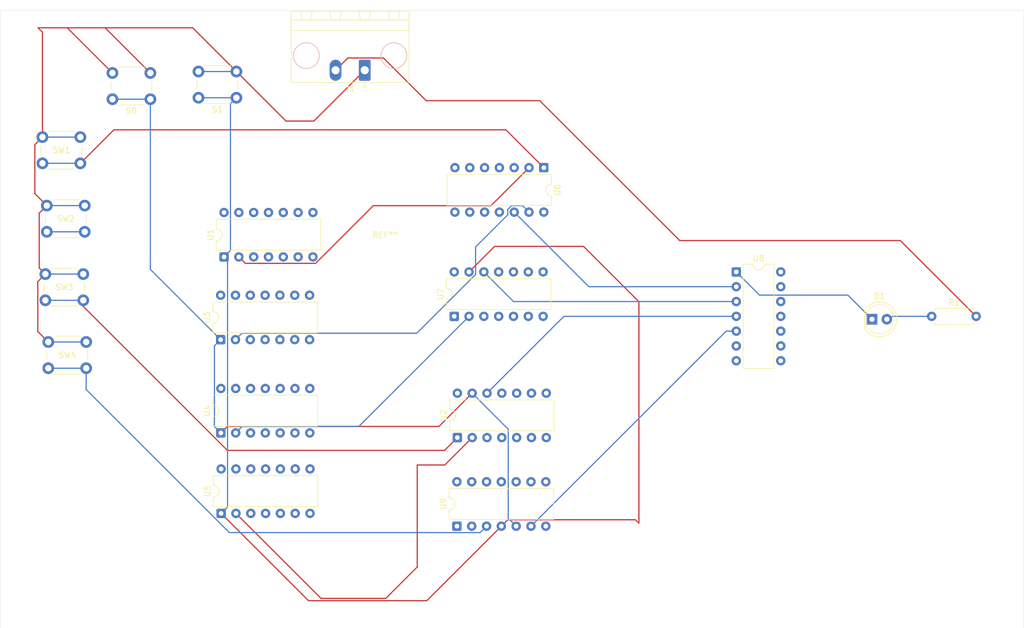
<source format=kicad_pcb>
(kicad_pcb (version 20241229) (generator "pcbnew") (generator_version "9.0")
  (layers (0 "F.Cu" signal) (2 "B.Cu" signal) (13 "F.Paste" user) (15 "B.Paste" user) (5 "F.SilkS" user "F.Silkscreen") (7 "B.SilkS" user "B.Silkscreen") (1 "F.Mask" user) (3 "B.Mask" user) (25 "Edge.Cuts" user))
  (net 0 "")
  (net 1 "Net-(D1-A)")
  (net 2 "Net-(D1-K)")
  (net 3 "Net-(S0-A)")
  (net 4 "Net-(S1-A)")
  (net 5 "Net-(SW1-B)")
  (net 6 "unconnected-(SW2-B-Pad2)")
  (net 7 "Net-(SW3-B)")
  (net 8 "Net-(SW4-B)")
  (net 9 "Net-(U1-Pad2)")
  (net 10 "Net-(U2-Pad2)")
  (net 11 "Net-(U2-Pad12)")
  (net 12 "Net-(U3-Pad2)")
  (net 13 "Net-(U4-Pad2)")
  (net 14 "Net-(U6-Pad12)")
  (net 15 "Net-(U7-Pad12)")
  (net 17 "Net-(U8-Pad5)")
  (net 18 "Net-(J1-Pin_2)")
  (net 19 "Net-(J1-Pin_1)")
  (footprint "Button_Switch_THT:SW_PUSH_6mm_H9.5mm" (layer "F.Cu") (at 62.25 66.25)
    (property "Reference" "SW1" (at 3.25 2.25 0) (layer "F.SilkS"))
    (property "Value" "SW_SPST")
    (fp_line (start -0.25 1.5) (end -0.25 3) (stroke (width 0.12)) (layer "F.SilkS"))
    (fp_line (start 1 5.5) (end 5.5 5.5) (stroke (width 0.12)) (layer "F.SilkS"))
    (fp_line (start 5.5 -1) (end 1 -1) (stroke (width 0.12)) (layer "F.SilkS"))
    (fp_line (start 6.75 3) (end 6.75 1.5) (stroke (width 0.12)) (layer "F.SilkS"))
    (pad "1" thru_hole circle (at 0 0 90) (size 2 2) (drill 1.1) (layers "*.Cu" "*.Mask") (net 19 "Net-(J1-Pin_1)"))
    (pad "1" thru_hole circle (at 6.5 0 90) (size 2 2) (drill 1.1) (layers "*.Cu" "*.Mask") (net 19 "Net-(J1-Pin_1)"))
    (pad "2" thru_hole circle (at 0 4.5 90) (size 2 2) (drill 1.1) (layers "*.Cu" "*.Mask") (net 5 "Net-(SW1-B)"))
    (pad "2" thru_hole circle (at 6.5 4.5 90) (size 2 2) (drill 1.1) (layers "*.Cu" "*.Mask") (net 5 "Net-(SW1-B)"))
  )
  (footprint "Button_Switch_THT:SW_PUSH_6mm_H9.5mm" (layer "F.Cu") (at 62.75 89.75)
    (property "Reference" "SW3" (at 3.25 2.25 0) (layer "F.SilkS"))
    (property "Value" "SW_SPST")
    (fp_line (start -0.25 1.5) (end -0.25 3) (stroke (width 0.12)) (layer "F.SilkS"))
    (fp_line (start 1 5.5) (end 5.5 5.5) (stroke (width 0.12)) (layer "F.SilkS"))
    (fp_line (start 5.5 -1) (end 1 -1) (stroke (width 0.12)) (layer "F.SilkS"))
    (fp_line (start 6.75 3) (end 6.75 1.5) (stroke (width 0.12)) (layer "F.SilkS"))
    (pad "1" thru_hole circle (at 0 0 90) (size 2 2) (drill 1.1) (layers "*.Cu" "*.Mask") (net 19 "Net-(J1-Pin_1)"))
    (pad "1" thru_hole circle (at 6.5 0 90) (size 2 2) (drill 1.1) (layers "*.Cu" "*.Mask") (net 19 "Net-(J1-Pin_1)"))
    (pad "2" thru_hole circle (at 0 4.5 90) (size 2 2) (drill 1.1) (layers "*.Cu" "*.Mask") (net 7 "Net-(SW3-B)"))
    (pad "2" thru_hole circle (at 6.5 4.5 90) (size 2 2) (drill 1.1) (layers "*.Cu" "*.Mask") (net 7 "Net-(SW3-B)"))
  )
  (footprint "Resistor_THT:R_Axial_DIN0207_L6.3mm_D2.5mm_P7.62mm_Horizontal" (layer "F.Cu") (at 214.69 97)
    (property "Reference" "R1" (at 3.81 -2.37 0) (layer "F.SilkS"))
    (property "Value" "300")
    (fp_line (start 0.54 -1.37) (end 7.08 -1.37) (stroke (width 0.12)) (layer "F.SilkS"))
    (fp_line (start 0.54 -1.04) (end 0.54 -1.37) (stroke (width 0.12)) (layer "F.SilkS"))
    (fp_line (start 0.54 1.04) (end 0.54 1.37) (stroke (width 0.12)) (layer "F.SilkS"))
    (fp_line (start 0.54 1.37) (end 7.08 1.37) (stroke (width 0.12)) (layer "F.SilkS"))
    (fp_line (start 7.08 -1.37) (end 7.08 -1.04) (stroke (width 0.12)) (layer "F.SilkS"))
    (fp_line (start 7.08 1.37) (end 7.08 1.04) (stroke (width 0.12)) (layer "F.SilkS"))
    (pad "1" thru_hole circle (at 0 0) (size 1.6 1.6) (drill 0.8) (layers "*.Cu" "*.Mask") (net 1 "Net-(D1-A)"))
    (pad "2" thru_hole circle (at 7.62 0) (size 1.6 1.6) (drill 0.8) (layers "*.Cu" "*.Mask") (net 18 "Net-(J1-Pin_2)"))
  )
  (footprint "Button_Switch_THT:SW_PUSH_6mm_H9.5mm" (layer "F.Cu") (at 80.75 59.75 180)
    (property "Reference" "S0" (at 3.25 -2 0) (layer "F.SilkS"))
    (property "Value" "SW_SPST")
    (fp_line (start 6.75 3) (end 6.75 1.5) (stroke (width 0.12)) (layer "F.SilkS"))
    (fp_line (start 5.5 -1) (end 1 -1) (stroke (width 0.12)) (layer "F.SilkS"))
    (fp_line (start 1 5.5) (end 5.5 5.5) (stroke (width 0.12)) (layer "F.SilkS"))
    (fp_line (start -0.25 1.5) (end -0.25 3) (stroke (width 0.12)) (layer "F.SilkS"))
    (pad "1" thru_hole circle (at 0 0 270) (size 2 2) (drill 1.1) (layers "*.Cu" "*.Mask") (net 3 "Net-(S0-A)"))
    (pad "1" thru_hole circle (at 6.5 0 270) (size 2 2) (drill 1.1) (layers "*.Cu" "*.Mask") (net 3 "Net-(S0-A)"))
    (pad "2" thru_hole circle (at 0 4.5 270) (size 2 2) (drill 1.1) (layers "*.Cu" "*.Mask") (net 19 "Net-(J1-Pin_1)"))
    (pad "2" thru_hole circle (at 6.5 4.5 270) (size 2 2) (drill 1.1) (layers "*.Cu" "*.Mask") (net 19 "Net-(J1-Pin_1)"))
  )
  (footprint "MountingHole:MountingHole_5mm" (layer "F.Cu") (at 121 89)
    (property "Reference" "REF**" (at 0 -5.95 0) (layer "F.SilkS"))
    (property "Value" "MountingHole_5mm")
    (pad "" np_thru_hole circle (at 0 0) (size 5 5) (drill 5) (layers "*.Cu" "*.Mask"))
  )
  (footprint "Package_DIP:DIP-14_W7.62mm" (layer "F.Cu") (at 181.195 89.38)
    (property "Reference" "U8" (at 3.81 -2.33 0) (layer "F.SilkS"))
    (property "Value" "4072")
    (fp_line (start 1.16 -1.33) (end 1.16 16.57) (stroke (width 0.12)) (layer "F.SilkS"))
    (fp_line (start 1.16 16.57) (end 6.46 16.57) (stroke (width 0.12)) (layer "F.SilkS"))
    (fp_line (start 2.81 -1.33) (end 1.16 -1.33) (stroke (width 0.12)) (layer "F.SilkS"))
    (fp_line (start 6.46 -1.33) (end 4.81 -1.33) (stroke (width 0.12)) (layer "F.SilkS"))
    (fp_line (start 6.46 16.57) (end 6.46 -1.33) (stroke (width 0.12)) (layer "F.SilkS"))
    (fp_arc (start 4.81 -1.33) (mid 3.81 -0.33) (end 2.81 -1.33) (stroke (width 0.12)) (layer "F.SilkS"))
    (pad "1" thru_hole roundrect (at 0 0) (size 1.6 1.6) (drill 0.8) (layers "*.Cu" "*.Mask") (roundrect_rratio 0.15625) (net 2 "Net-(D1-K)"))
    (pad "2" thru_hole circle (at 0 2.54) (size 1.6 1.6) (drill 0.8) (layers "*.Cu" "*.Mask") (net 14 "Net-(U6-Pad12)"))
    (pad "3" thru_hole circle (at 0 5.08) (size 1.6 1.6) (drill 0.8) (layers "*.Cu" "*.Mask") (net 15 "Net-(U7-Pad12)"))
    (pad "4" thru_hole circle (at 0 7.62) (size 1.6 1.6) (drill 0.8) (layers "*.Cu" "*.Mask") (net 11 "Net-(U2-Pad12)"))
    (pad "5" thru_hole circle (at 0 10.16) (size 1.6 1.6) (drill 0.8) (layers "*.Cu" "*.Mask") (net 17 "Net-(U8-Pad5)"))
    (pad "6" thru_hole circle (at 0 12.7) (size 1.6 1.6) (drill 0.8) (layers "*.Cu" "*.Mask"))
    (pad "7" thru_hole circle (at 0 15.24) (size 1.6 1.6) (drill 0.8) (layers "*.Cu" "*.Mask"))
    (pad "8" thru_hole circle (at 7.62 15.24) (size 1.6 1.6) (drill 0.8) (layers "*.Cu" "*.Mask"))
    (pad "9" thru_hole circle (at 7.62 12.7) (size 1.6 1.6) (drill 0.8) (layers "*.Cu" "*.Mask"))
    (pad "10" thru_hole circle (at 7.62 10.16) (size 1.6 1.6) (drill 0.8) (layers "*.Cu" "*.Mask"))
    (pad "11" thru_hole circle (at 7.62 7.62) (size 1.6 1.6) (drill 0.8) (layers "*.Cu" "*.Mask"))
    (pad "12" thru_hole circle (at 7.62 5.08) (size 1.6 1.6) (drill 0.8) (layers "*.Cu" "*.Mask"))
    (pad "13" thru_hole circle (at 7.62 2.54) (size 1.6 1.6) (drill 0.8) (layers "*.Cu" "*.Mask"))
    (pad "14" thru_hole circle (at 7.62 0) (size 1.6 1.6) (drill 0.8) (layers "*.Cu" "*.Mask"))
  )
  (footprint "Package_DIP:DIP-14_W7.62mm" (layer "F.Cu") (at 92.88 130.805 90)
    (property "Reference" "U5" (at 3.81 -2.33 90) (layer "F.SilkS"))
    (property "Value" "74LS04")
    (fp_line (start 6.46 -1.33) (end 4.81 -1.33) (stroke (width 0.12)) (layer "F.SilkS"))
    (fp_line (start 2.81 -1.33) (end 1.16 -1.33) (stroke (width 0.12)) (layer "F.SilkS"))
    (fp_line (start 1.16 -1.33) (end 1.16 16.57) (stroke (width 0.12)) (layer "F.SilkS"))
    (fp_line (start 6.46 16.57) (end 6.46 -1.33) (stroke (width 0.12)) (layer "F.SilkS"))
    (fp_line (start 1.16 16.57) (end 6.46 16.57) (stroke (width 0.12)) (layer "F.SilkS"))
    (fp_arc (start 4.81 -1.33) (mid 3.81 -0.33) (end 2.81 -1.33) (stroke (width 0.12)) (layer "F.SilkS"))
    (pad "1" thru_hole roundrect (at 0 0 90) (size 1.6 1.6) (drill 0.8) (layers "*.Cu" "*.Mask") (roundrect_rratio 0.15625) (net 4 "Net-(S1-A)"))
    (pad "2" thru_hole circle (at 0 2.54 90) (size 1.6 1.6) (drill 0.8) (layers "*.Cu" "*.Mask") (net 10 "Net-(U2-Pad2)"))
    (pad "3" thru_hole circle (at 0 5.08 90) (size 1.6 1.6) (drill 0.8) (layers "*.Cu" "*.Mask"))
    (pad "4" thru_hole circle (at 0 7.62 90) (size 1.6 1.6) (drill 0.8) (layers "*.Cu" "*.Mask"))
    (pad "5" thru_hole circle (at 0 10.16 90) (size 1.6 1.6) (drill 0.8) (layers "*.Cu" "*.Mask"))
    (pad "6" thru_hole circle (at 0 12.7 90) (size 1.6 1.6) (drill 0.8) (layers "*.Cu" "*.Mask"))
    (pad "7" thru_hole circle (at 0 15.24 90) (size 1.6 1.6) (drill 0.8) (layers "*.Cu" "*.Mask"))
    (pad "8" thru_hole circle (at 7.62 15.24 90) (size 1.6 1.6) (drill 0.8) (layers "*.Cu" "*.Mask"))
    (pad "9" thru_hole circle (at 7.62 12.7 90) (size 1.6 1.6) (drill 0.8) (layers "*.Cu" "*.Mask"))
    (pad "10" thru_hole circle (at 7.62 10.16 90) (size 1.6 1.6) (drill 0.8) (layers "*.Cu" "*.Mask"))
    (pad "11" thru_hole circle (at 7.62 7.62 90) (size 1.6 1.6) (drill 0.8) (layers "*.Cu" "*.Mask"))
    (pad "12" thru_hole circle (at 7.62 5.08 90) (size 1.6 1.6) (drill 0.8) (layers "*.Cu" "*.Mask"))
    (pad "13" thru_hole circle (at 7.62 2.54 90) (size 1.6 1.6) (drill 0.8) (layers "*.Cu" "*.Mask"))
    (pad "14" thru_hole circle (at 7.62 0 90) (size 1.6 1.6) (drill 0.8) (layers "*.Cu" "*.Mask"))
  )
  (footprint "Package_DIP:DIP-14_W7.62mm" (layer "F.Cu") (at 92.84 117 90)
    (property "Reference" "U4" (at 3.81 -2.33 90) (layer "F.SilkS"))
    (property "Value" "74LS04")
    (fp_line (start 6.46 -1.33) (end 4.81 -1.33) (stroke (width 0.12)) (layer "F.SilkS"))
    (fp_line (start 2.81 -1.33) (end 1.16 -1.33) (stroke (width 0.12)) (layer "F.SilkS"))
    (fp_line (start 1.16 -1.33) (end 1.16 16.57) (stroke (width 0.12)) (layer "F.SilkS"))
    (fp_line (start 6.46 16.57) (end 6.46 -1.33) (stroke (width 0.12)) (layer "F.SilkS"))
    (fp_line (start 1.16 16.57) (end 6.46 16.57) (stroke (width 0.12)) (layer "F.SilkS"))
    (fp_arc (start 4.81 -1.33) (mid 3.81 -0.33) (end 2.81 -1.33) (stroke (width 0.12)) (layer "F.SilkS"))
    (pad "1" thru_hole roundrect (at 0 0 90) (size 1.6 1.6) (drill 0.8) (layers "*.Cu" "*.Mask") (roundrect_rratio 0.15625) (net 3 "Net-(S0-A)"))
    (pad "2" thru_hole circle (at 0 2.54 90) (size 1.6 1.6) (drill 0.8) (layers "*.Cu" "*.Mask") (net 13 "Net-(U4-Pad2)"))
    (pad "3" thru_hole circle (at 0 5.08 90) (size 1.6 1.6) (drill 0.8) (layers "*.Cu" "*.Mask"))
    (pad "4" thru_hole circle (at 0 7.62 90) (size 1.6 1.6) (drill 0.8) (layers "*.Cu" "*.Mask"))
    (pad "5" thru_hole circle (at 0 10.16 90) (size 1.6 1.6) (drill 0.8) (layers "*.Cu" "*.Mask"))
    (pad "6" thru_hole circle (at 0 12.7 90) (size 1.6 1.6) (drill 0.8) (layers "*.Cu" "*.Mask"))
    (pad "7" thru_hole circle (at 0 15.24 90) (size 1.6 1.6) (drill 0.8) (layers "*.Cu" "*.Mask"))
    (pad "8" thru_hole circle (at 7.62 15.24 90) (size 1.6 1.6) (drill 0.8) (layers "*.Cu" "*.Mask"))
    (pad "9" thru_hole circle (at 7.62 12.7 90) (size 1.6 1.6) (drill 0.8) (layers "*.Cu" "*.Mask"))
    (pad "10" thru_hole circle (at 7.62 10.16 90) (size 1.6 1.6) (drill 0.8) (layers "*.Cu" "*.Mask"))
    (pad "11" thru_hole circle (at 7.62 7.62 90) (size 1.6 1.6) (drill 0.8) (layers "*.Cu" "*.Mask"))
    (pad "12" thru_hole circle (at 7.62 5.08 90) (size 1.6 1.6) (drill 0.8) (layers "*.Cu" "*.Mask"))
    (pad "13" thru_hole circle (at 7.62 2.54 90) (size 1.6 1.6) (drill 0.8) (layers "*.Cu" "*.Mask"))
    (pad "14" thru_hole circle (at 7.62 0 90) (size 1.6 1.6) (drill 0.8) (layers "*.Cu" "*.Mask"))
  )
  (footprint "Button_Switch_THT:SW_PUSH_6mm_H9.5mm" (layer "F.Cu") (at 95.5 59.5 180)
    (property "Reference" "S1" (at 3.25 -2 0) (layer "F.SilkS"))
    (property "Value" "SW_SPST")
    (fp_line (start 6.75 3) (end 6.75 1.5) (stroke (width 0.12)) (layer "F.SilkS"))
    (fp_line (start 5.5 -1) (end 1 -1) (stroke (width 0.12)) (layer "F.SilkS"))
    (fp_line (start 1 5.5) (end 5.5 5.5) (stroke (width 0.12)) (layer "F.SilkS"))
    (fp_line (start -0.25 1.5) (end -0.25 3) (stroke (width 0.12)) (layer "F.SilkS"))
    (pad "1" thru_hole circle (at 0 0 270) (size 2 2) (drill 1.1) (layers "*.Cu" "*.Mask") (net 4 "Net-(S1-A)"))
    (pad "1" thru_hole circle (at 6.5 0 270) (size 2 2) (drill 1.1) (layers "*.Cu" "*.Mask") (net 4 "Net-(S1-A)"))
    (pad "2" thru_hole circle (at 0 4.5 270) (size 2 2) (drill 1.1) (layers "*.Cu" "*.Mask") (net 19 "Net-(J1-Pin_1)"))
    (pad "2" thru_hole circle (at 6.5 4.5 270) (size 2 2) (drill 1.1) (layers "*.Cu" "*.Mask") (net 19 "Net-(J1-Pin_1)"))
  )
  (footprint "Package_DIP:DIP-14_W7.62mm" (layer "F.Cu") (at 132.84 97 90)
    (property "Reference" "U7" (at 3.81 -2.33 90) (layer "F.SilkS"))
    (property "Value" "74LS11")
    (fp_line (start 6.46 -1.33) (end 4.81 -1.33) (stroke (width 0.12)) (layer "F.SilkS"))
    (fp_line (start 2.81 -1.33) (end 1.16 -1.33) (stroke (width 0.12)) (layer "F.SilkS"))
    (fp_line (start 1.16 -1.33) (end 1.16 16.57) (stroke (width 0.12)) (layer "F.SilkS"))
    (fp_line (start 6.46 16.57) (end 6.46 -1.33) (stroke (width 0.12)) (layer "F.SilkS"))
    (fp_line (start 1.16 16.57) (end 6.46 16.57) (stroke (width 0.12)) (layer "F.SilkS"))
    (fp_arc (start 4.81 -1.33) (mid 3.81 -0.33) (end 2.81 -1.33) (stroke (width 0.12)) (layer "F.SilkS"))
    (pad "1" thru_hole roundrect (at 0 0 90) (size 1.6 1.6) (drill 0.8) (layers "*.Cu" "*.Mask") (roundrect_rratio 0.15625))
    (pad "2" thru_hole circle (at 0 2.54 90) (size 1.6 1.6) (drill 0.8) (layers "*.Cu" "*.Mask") (net 13 "Net-(U4-Pad2)"))
    (pad "3" thru_hole circle (at 0 5.08 90) (size 1.6 1.6) (drill 0.8) (layers "*.Cu" "*.Mask"))
    (pad "4" thru_hole circle (at 0 7.62 90) (size 1.6 1.6) (drill 0.8) (layers "*.Cu" "*.Mask"))
    (pad "5" thru_hole circle (at 0 10.16 90) (size 1.6 1.6) (drill 0.8) (layers "*.Cu" "*.Mask"))
    (pad "6" thru_hole circle (at 0 12.7 90) (size 1.6 1.6) (drill 0.8) (layers "*.Cu" "*.Mask"))
    (pad "7" thru_hole circle (at 0 15.24 90) (size 1.6 1.6) (drill 0.8) (layers "*.Cu" "*.Mask"))
    (pad "8" thru_hole circle (at 7.62 15.24 90) (size 1.6 1.6) (drill 0.8) (layers "*.Cu" "*.Mask"))
    (pad "9" thru_hole circle (at 7.62 12.7 90) (size 1.6 1.6) (drill 0.8) (layers "*.Cu" "*.Mask"))
    (pad "10" thru_hole circle (at 7.62 10.16 90) (size 1.6 1.6) (drill 0.8) (layers "*.Cu" "*.Mask"))
    (pad "11" thru_hole circle (at 7.62 7.62 90) (size 1.6 1.6) (drill 0.8) (layers "*.Cu" "*.Mask"))
    (pad "12" thru_hole circle (at 7.62 5.08 90) (size 1.6 1.6) (drill 0.8) (layers "*.Cu" "*.Mask") (net 15 "Net-(U7-Pad12)"))
    (pad "13" thru_hole circle (at 7.62 2.54 90) (size 1.6 1.6) (drill 0.8) (layers "*.Cu" "*.Mask") (net 4 "Net-(S1-A)"))
    (pad "14" thru_hole circle (at 7.62 0 90) (size 1.6 1.6) (drill 0.8) (layers "*.Cu" "*.Mask"))
  )
  (footprint "Package_DIP:DIP-14_W7.62mm" (layer "F.Cu") (at 133.38 117.805 90)
    (property "Reference" "U2" (at 3.81 -2.33 90) (layer "F.SilkS"))
    (property "Value" "74LS11")
    (fp_line (start 6.46 -1.33) (end 4.81 -1.33) (stroke (width 0.12)) (layer "F.SilkS"))
    (fp_line (start 2.81 -1.33) (end 1.16 -1.33) (stroke (width 0.12)) (layer "F.SilkS"))
    (fp_line (start 1.16 -1.33) (end 1.16 16.57) (stroke (width 0.12)) (layer "F.SilkS"))
    (fp_line (start 6.46 16.57) (end 6.46 -1.33) (stroke (width 0.12)) (layer "F.SilkS"))
    (fp_line (start 1.16 16.57) (end 6.46 16.57) (stroke (width 0.12)) (layer "F.SilkS"))
    (fp_arc (start 4.81 -1.33) (mid 3.81 -0.33) (end 2.81 -1.33) (stroke (width 0.12)) (layer "F.SilkS"))
    (pad "1" thru_hole roundrect (at 0 0 90) (size 1.6 1.6) (drill 0.8) (layers "*.Cu" "*.Mask") (roundrect_rratio 0.15625) (net 7 "Net-(SW3-B)"))
    (pad "2" thru_hole circle (at 0 2.54 90) (size 1.6 1.6) (drill 0.8) (layers "*.Cu" "*.Mask") (net 10 "Net-(U2-Pad2)"))
    (pad "3" thru_hole circle (at 0 5.08 90) (size 1.6 1.6) (drill 0.8) (layers "*.Cu" "*.Mask"))
    (pad "4" thru_hole circle (at 0 7.62 90) (size 1.6 1.6) (drill 0.8) (layers "*.Cu" "*.Mask"))
    (pad "5" thru_hole circle (at 0 10.16 90) (size 1.6 1.6) (drill 0.8) (layers "*.Cu" "*.Mask"))
    (pad "6" thru_hole circle (at 0 12.7 90) (size 1.6 1.6) (drill 0.8) (layers "*.Cu" "*.Mask"))
    (pad "7" thru_hole circle (at 0 15.24 90) (size 1.6 1.6) (drill 0.8) (layers "*.Cu" "*.Mask"))
    (pad "8" thru_hole circle (at 7.62 15.24 90) (size 1.6 1.6) (drill 0.8) (layers "*.Cu" "*.Mask"))
    (pad "9" thru_hole circle (at 7.62 12.7 90) (size 1.6 1.6) (drill 0.8) (layers "*.Cu" "*.Mask"))
    (pad "10" thru_hole circle (at 7.62 10.16 90) (size 1.6 1.6) (drill 0.8) (layers "*.Cu" "*.Mask"))
    (pad "11" thru_hole circle (at 7.62 7.62 90) (size 1.6 1.6) (drill 0.8) (layers "*.Cu" "*.Mask"))
    (pad "12" thru_hole circle (at 7.62 5.08 90) (size 1.6 1.6) (drill 0.8) (layers "*.Cu" "*.Mask") (net 11 "Net-(U2-Pad12)"))
    (pad "13" thru_hole circle (at 7.62 2.54 90) (size 1.6 1.6) (drill 0.8) (layers "*.Cu" "*.Mask") (net 3 "Net-(S0-A)"))
    (pad "14" thru_hole circle (at 7.62 0 90) (size 1.6 1.6) (drill 0.8) (layers "*.Cu" "*.Mask"))
  )
  (footprint "Connector_Phoenix_MSTB:PhoenixContact_MSTB_2,5_2-GF_1x02_P5.00mm_Horizontal_ThreadedFlange_MountHole" (layer "F.Cu") (at 117.5 54.7775 180)
    (property "Reference" "J1" (at 2.5 -3.2 0) (layer "F.SilkS"))
    (property "Value" "Screw_Terminal_01x02")
    (fp_line (start 12.61 10.11) (end 12.61 -2.11) (stroke (width 0.12)) (layer "F.SilkS"))
    (fp_line (start 12.61 8.61) (end -7.61 8.61) (stroke (width 0.12)) (layer "F.SilkS"))
    (fp_line (start 12.61 6.81) (end 12.61 8.61) (stroke (width 0.12)) (layer "F.SilkS"))
    (fp_line (start 12.61 -2.11) (end -7.61 -2.11) (stroke (width 0.12)) (layer "F.SilkS"))
    (fp_line (start 11 10.11) (end 10.75 8.61) (stroke (width 0.12)) (layer "F.SilkS"))
    (fp_line (start 10.75 8.61) (end 9.25 8.61) (stroke (width 0.12)) (layer "F.SilkS"))
    (fp_line (start 9.25 8.61) (end 9 10.11) (stroke (width 0.12)) (layer "F.SilkS"))
    (fp_line (start 9 10.11) (end 11 10.11) (stroke (width 0.12)) (layer "F.SilkS"))
    (fp_line (start 6 10.11) (end 5.75 8.61) (stroke (width 0.12)) (layer "F.SilkS"))
    (fp_line (start 5.75 8.61) (end 4.25 8.61) (stroke (width 0.12)) (layer "F.SilkS"))
    (fp_line (start 4.25 8.61) (end 4 10.11) (stroke (width 0.12)) (layer "F.SilkS"))
    (fp_line (start 4 10.11) (end 6 10.11) (stroke (width 0.12)) (layer "F.SilkS"))
    (fp_line (start 1 10.11) (end 0.75 8.61) (stroke (width 0.12)) (layer "F.SilkS"))
    (fp_line (start 0.75 8.61) (end -0.75 8.61) (stroke (width 0.12)) (layer "F.SilkS"))
    (fp_line (start 0.3 -2.91) (end 0 -2.31) (stroke (width 0.12)) (layer "F.SilkS"))
    (fp_line (start 0 -2.31) (end -0.3 -2.91) (stroke (width 0.12)) (layer "F.SilkS"))
    (fp_line (start -0.3 -2.91) (end 0.3 -2.91) (stroke (width 0.12)) (layer "F.SilkS"))
    (fp_line (start -0.75 8.61) (end -1 10.11) (stroke (width 0.12)) (layer "F.SilkS"))
    (fp_line (start -1 10.11) (end 1 10.11) (stroke (width 0.12)) (layer "F.SilkS"))
    (fp_line (start -4 10.11) (end -4.25 8.61) (stroke (width 0.12)) (layer "F.SilkS"))
    (fp_line (start -4.25 8.61) (end -5.75 8.61) (stroke (width 0.12)) (layer "F.SilkS"))
    (fp_line (start -5.75 8.61) (end -6 10.11) (stroke (width 0.12)) (layer "F.SilkS"))
    (fp_line (start -6 10.11) (end -4 10.11) (stroke (width 0.12)) (layer "F.SilkS"))
    (fp_line (start -7.61 10.11) (end 12.61 10.11) (stroke (width 0.12)) (layer "F.SilkS"))
    (fp_line (start -7.61 8.61) (end -7.61 6.81) (stroke (width 0.12)) (layer "F.SilkS"))
    (fp_line (start -7.61 6.81) (end 12.61 6.81) (stroke (width 0.12)) (layer "F.SilkS"))
    (fp_line (start -7.61 -2.11) (end -7.61 10.11) (stroke (width 0.12)) (layer "F.SilkS"))
    (fp_circle (center 10 2.5) (end 12.21 2.5) (stroke (width 0.12)) (fill no) (layer "B.SilkS"))
    (fp_circle (center -5 2.5) (end -2.79 2.5) (stroke (width 0.12)) (fill no) (layer "B.SilkS"))
    (pad "" np_thru_hole circle (at -5 2.5 180) (size 2.4 2.4) (drill 2.4) (layers "*.Cu" "*.Mask"))
    (pad "" np_thru_hole circle (at 10 2.5 180) (size 2.4 2.4) (drill 2.4) (layers "*.Cu" "*.Mask"))
    (pad "1" thru_hole roundrect (at 0 0 180) (size 2 3.6) (drill 1.4) (layers "*.Cu" "*.Mask") (roundrect_rratio 0.125) (net 19 "Net-(J1-Pin_1)"))
    (pad "2" thru_hole oval (at 5 0 180) (size 2 3.6) (drill 1.4) (layers "*.Cu" "*.Mask") (net 18 "Net-(J1-Pin_2)"))
  )
  (footprint "Package_DIP:DIP-14_W7.62mm" (layer "F.Cu") (at 93.38 86.805 90)
    (property "Reference" "U1" (at 3.81 -2.33 90) (layer "F.SilkS"))
    (property "Value" "74LS04")
    (fp_line (start 6.46 -1.33) (end 4.81 -1.33) (stroke (width 0.12)) (layer "F.SilkS"))
    (fp_line (start 2.81 -1.33) (end 1.16 -1.33) (stroke (width 0.12)) (layer "F.SilkS"))
    (fp_line (start 1.16 -1.33) (end 1.16 16.57) (stroke (width 0.12)) (layer "F.SilkS"))
    (fp_line (start 6.46 16.57) (end 6.46 -1.33) (stroke (width 0.12)) (layer "F.SilkS"))
    (fp_line (start 1.16 16.57) (end 6.46 16.57) (stroke (width 0.12)) (layer "F.SilkS"))
    (fp_arc (start 4.81 -1.33) (mid 3.81 -0.33) (end 2.81 -1.33) (stroke (width 0.12)) (layer "F.SilkS"))
    (pad "1" thru_hole roundrect (at 0 0 90) (size 1.6 1.6) (drill 0.8) (layers "*.Cu" "*.Mask") (roundrect_rratio 0.15625) (net 4 "Net-(S1-A)"))
    (pad "2" thru_hole circle (at 0 2.54 90) (size 1.6 1.6) (drill 0.8) (layers "*.Cu" "*.Mask") (net 9 "Net-(U1-Pad2)"))
    (pad "3" thru_hole circle (at 0 5.08 90) (size 1.6 1.6) (drill 0.8) (layers "*.Cu" "*.Mask"))
    (pad "4" thru_hole circle (at 0 7.62 90) (size 1.6 1.6) (drill 0.8) (layers "*.Cu" "*.Mask"))
    (pad "5" thru_hole circle (at 0 10.16 90) (size 1.6 1.6) (drill 0.8) (layers "*.Cu" "*.Mask"))
    (pad "6" thru_hole circle (at 0 12.7 90) (size 1.6 1.6) (drill 0.8) (layers "*.Cu" "*.Mask"))
    (pad "7" thru_hole circle (at 0 15.24 90) (size 1.6 1.6) (drill 0.8) (layers "*.Cu" "*.Mask"))
    (pad "8" thru_hole circle (at 7.62 15.24 90) (size 1.6 1.6) (drill 0.8) (layers "*.Cu" "*.Mask"))
    (pad "9" thru_hole circle (at 7.62 12.7 90) (size 1.6 1.6) (drill 0.8) (layers "*.Cu" "*.Mask"))
    (pad "10" thru_hole circle (at 7.62 10.16 90) (size 1.6 1.6) (drill 0.8) (layers "*.Cu" "*.Mask"))
    (pad "11" thru_hole circle (at 7.62 7.62 90) (size 1.6 1.6) (drill 0.8) (layers "*.Cu" "*.Mask"))
    (pad "12" thru_hole circle (at 7.62 5.08 90) (size 1.6 1.6) (drill 0.8) (layers "*.Cu" "*.Mask"))
    (pad "13" thru_hole circle (at 7.62 2.54 90) (size 1.6 1.6) (drill 0.8) (layers "*.Cu" "*.Mask"))
    (pad "14" thru_hole circle (at 7.62 0 90) (size 1.6 1.6) (drill 0.8) (layers "*.Cu" "*.Mask"))
  )
  (footprint "Package_DIP:DIP-14_W7.62mm" (layer "F.Cu") (at 148.2 71.5 -90)
    (property "Reference" "U6" (at 3.81 -2.33 90) (layer "F.SilkS"))
    (property "Value" "74LS11")
    (fp_line (start 1.16 16.57) (end 6.46 16.57) (stroke (width 0.12)) (layer "F.SilkS"))
    (fp_line (start 6.46 16.57) (end 6.46 -1.33) (stroke (width 0.12)) (layer "F.SilkS"))
    (fp_line (start 1.16 -1.33) (end 1.16 16.57) (stroke (width 0.12)) (layer "F.SilkS"))
    (fp_line (start 2.81 -1.33) (end 1.16 -1.33) (stroke (width 0.12)) (layer "F.SilkS"))
    (fp_line (start 6.46 -1.33) (end 4.81 -1.33) (stroke (width 0.12)) (layer "F.SilkS"))
    (fp_arc (start 4.81 -1.33) (mid 3.81 -0.33) (end 2.81 -1.33) (stroke (width 0.12)) (layer "F.SilkS"))
    (pad "1" thru_hole roundrect (at 0 0 270) (size 1.6 1.6) (drill 0.8) (layers "*.Cu" "*.Mask") (roundrect_rratio 0.15625) (net 5 "Net-(SW1-B)"))
    (pad "2" thru_hole circle (at 0 2.54 270) (size 1.6 1.6) (drill 0.8) (layers "*.Cu" "*.Mask") (net 9 "Net-(U1-Pad2)"))
    (pad "3" thru_hole circle (at 0 5.08 270) (size 1.6 1.6) (drill 0.8) (layers "*.Cu" "*.Mask"))
    (pad "4" thru_hole circle (at 0 7.62 270) (size 1.6 1.6) (drill 0.8) (layers "*.Cu" "*.Mask"))
    (pad "5" thru_hole circle (at 0 10.16 270) (size 1.6 1.6) (drill 0.8) (layers "*.Cu" "*.Mask"))
    (pad "6" thru_hole circle (at 0 12.7 270) (size 1.6 1.6) (drill 0.8) (layers "*.Cu" "*.Mask"))
    (pad "7" thru_hole circle (at 0 15.24 270) (size 1.6 1.6) (drill 0.8) (layers "*.Cu" "*.Mask"))
    (pad "8" thru_hole circle (at 7.62 15.24 270) (size 1.6 1.6) (drill 0.8) (layers "*.Cu" "*.Mask"))
    (pad "9" thru_hole circle (at 7.62 12.7 270) (size 1.6 1.6) (drill 0.8) (layers "*.Cu" "*.Mask"))
    (pad "10" thru_hole circle (at 7.62 10.16 270) (size 1.6 1.6) (drill 0.8) (layers "*.Cu" "*.Mask"))
    (pad "11" thru_hole circle (at 7.62 7.62 270) (size 1.6 1.6) (drill 0.8) (layers "*.Cu" "*.Mask"))
    (pad "12" thru_hole circle (at 7.62 5.08 270) (size 1.6 1.6) (drill 0.8) (layers "*.Cu" "*.Mask") (net 14 "Net-(U6-Pad12)"))
    (pad "13" thru_hole circle (at 7.62 2.54 270) (size 1.6 1.6) (drill 0.8) (layers "*.Cu" "*.Mask") (net 12 "Net-(U3-Pad2)"))
    (pad "14" thru_hole circle (at 7.62 0 270) (size 1.6 1.6) (drill 0.8) (layers "*.Cu" "*.Mask"))
  )
  (footprint "Package_DIP:DIP-14_W7.62mm" (layer "F.Cu") (at 133.3 133 90)
    (property "Reference" "U9" (at 3.81 -2.33 90) (layer "F.SilkS"))
    (property "Value" "74LS11")
    (fp_line (start 6.46 -1.33) (end 4.81 -1.33) (stroke (width 0.12)) (layer "F.SilkS"))
    (fp_line (start 2.81 -1.33) (end 1.16 -1.33) (stroke (width 0.12)) (layer "F.SilkS"))
    (fp_line (start 1.16 -1.33) (end 1.16 16.57) (stroke (width 0.12)) (layer "F.SilkS"))
    (fp_line (start 6.46 16.57) (end 6.46 -1.33) (stroke (width 0.12)) (layer "F.SilkS"))
    (fp_line (start 1.16 16.57) (end 6.46 16.57) (stroke (width 0.12)) (layer "F.SilkS"))
    (fp_arc (start 4.81 -1.33) (mid 3.81 -0.33) (end 2.81 -1.33) (stroke (width 0.12)) (layer "F.SilkS"))
    (pad "1" thru_hole roundrect (at 0 0 90) (size 1.6 1.6) (drill 0.8) (layers "*.Cu" "*.Mask") (roundrect_rratio 0.15625))
    (pad "2" thru_hole circle (at 0 2.54 90) (size 1.6 1.6) (drill 0.8) (layers "*.Cu" "*.Mask"))
    (pad "3" thru_hole circle (at 0 5.08 90) (size 1.6 1.6) (drill 0.8) (layers "*.Cu" "*.Mask") (net 8 "Net-(SW4-B)"))
    (pad "4" thru_hole circle (at 0 7.62 90) (size 1.6 1.6) (drill 0.8) (layers "*.Cu" "*.Mask") (net 4 "Net-(S1-A)"))
    (pad "5" thru_hole circle (at 0 10.16 90) (size 1.6 1.6) (drill 0.8) (layers "*.Cu" "*.Mask") (net 3 "Net-(S0-A)"))
    (pad "6" thru_hole circle (at 0 12.7 90) (size 1.6 1.6) (drill 0.8) (layers "*.Cu" "*.Mask") (net 17 "Net-(U8-Pad5)"))
    (pad "7" thru_hole circle (at 0 15.24 90) (size 1.6 1.6) (drill 0.8) (layers "*.Cu" "*.Mask"))
    (pad "8" thru_hole circle (at 7.62 15.24 90) (size 1.6 1.6) (drill 0.8) (layers "*.Cu" "*.Mask"))
    (pad "9" thru_hole circle (at 7.62 12.7 90) (size 1.6 1.6) (drill 0.8) (layers "*.Cu" "*.Mask"))
    (pad "10" thru_hole circle (at 7.62 10.16 90) (size 1.6 1.6) (drill 0.8) (layers "*.Cu" "*.Mask"))
    (pad "11" thru_hole circle (at 7.62 7.62 90) (size 1.6 1.6) (drill 0.8) (layers "*.Cu" "*.Mask"))
    (pad "12" thru_hole circle (at 7.62 5.08 90) (size 1.6 1.6) (drill 0.8) (layers "*.Cu" "*.Mask"))
    (pad "13" thru_hole circle (at 7.62 2.54 90) (size 1.6 1.6) (drill 0.8) (layers "*.Cu" "*.Mask"))
    (pad "14" thru_hole circle (at 7.62 0 90) (size 1.6 1.6) (drill 0.8) (layers "*.Cu" "*.Mask"))
  )
  (footprint "Button_Switch_THT:SW_PUSH_6mm_H9.5mm" (layer "F.Cu") (at 63 78)
    (property "Reference" "SW2" (at 3.25 2.25 0) (layer "F.SilkS"))
    (property "Value" "SW_SPST")
    (fp_line (start -0.25 1.5) (end -0.25 3) (stroke (width 0.12)) (layer "F.SilkS"))
    (fp_line (start 1 5.5) (end 5.5 5.5) (stroke (width 0.12)) (layer "F.SilkS"))
    (fp_line (start 5.5 -1) (end 1 -1) (stroke (width 0.12)) (layer "F.SilkS"))
    (fp_line (start 6.75 3) (end 6.75 1.5) (stroke (width 0.12)) (layer "F.SilkS"))
    (pad "1" thru_hole circle (at 0 0 90) (size 2 2) (drill 1.1) (layers "*.Cu" "*.Mask") (net 19 "Net-(J1-Pin_1)"))
    (pad "1" thru_hole circle (at 6.5 0 90) (size 2 2) (drill 1.1) (layers "*.Cu" "*.Mask") (net 19 "Net-(J1-Pin_1)"))
    (pad "2" thru_hole circle (at 0 4.5 90) (size 2 2) (drill 1.1) (layers "*.Cu" "*.Mask") (net 6 "unconnected-(SW2-B-Pad2)"))
    (pad "2" thru_hole circle (at 6.5 4.5 90) (size 2 2) (drill 1.1) (layers "*.Cu" "*.Mask") (net 6 "unconnected-(SW2-B-Pad2)"))
  )
  (footprint "LED_THT:LED_D5.0mm" (layer "F.Cu") (at 204.46 97.5)
    (property "Reference" "D1" (at 1.27 -3.96 0) (layer "F.SilkS"))
    (property "Value" "LED")
    (fp_line (start -1.29 -1.545) (end -1.29 1.545) (stroke (width 0.12)) (layer "F.SilkS"))
    (fp_arc (start -1.29 -1.54483) (mid 2.071779 -2.880495) (end 4.26 0) (stroke (width 0.12)) (layer "F.SilkS"))
    (fp_arc (start 4.26 0) (mid 2.071779 2.880495) (end -1.29 1.54483) (stroke (width 0.12)) (layer "F.SilkS"))
    (fp_circle (center 1.27 0) (end 3.77 0) (stroke (width 0.12)) (fill no) (layer "F.SilkS"))
    (pad "1" thru_hole rect (at 0 0) (size 1.8 1.8) (drill 0.9) (layers "*.Cu" "*.Mask") (net 2 "Net-(D1-K)"))
    (pad "2" thru_hole circle (at 2.54 0) (size 1.8 1.8) (drill 0.9) (layers "*.Cu" "*.Mask") (net 1 "Net-(D1-A)"))
  )
  (footprint "Package_DIP:DIP-14_W7.62mm" (layer "F.Cu") (at 92.8 101 90)
    (property "Reference" "U3" (at 3.81 -2.33 90) (layer "F.SilkS"))
    (property "Value" "74LS04")
    (fp_line (start 6.46 -1.33) (end 4.81 -1.33) (stroke (width 0.12)) (layer "F.SilkS"))
    (fp_line (start 2.81 -1.33) (end 1.16 -1.33) (stroke (width 0.12)) (layer "F.SilkS"))
    (fp_line (start 1.16 -1.33) (end 1.16 16.57) (stroke (width 0.12)) (layer "F.SilkS"))
    (fp_line (start 6.46 16.57) (end 6.46 -1.33) (stroke (width 0.12)) (layer "F.SilkS"))
    (fp_line (start 1.16 16.57) (end 6.46 16.57) (stroke (width 0.12)) (layer "F.SilkS"))
    (fp_arc (start 4.81 -1.33) (mid 3.81 -0.33) (end 2.81 -1.33) (stroke (width 0.12)) (layer "F.SilkS"))
    (pad "1" thru_hole roundrect (at 0 0 90) (size 1.6 1.6) (drill 0.8) (layers "*.Cu" "*.Mask") (roundrect_rratio 0.15625) (net 3 "Net-(S0-A)"))
    (pad "2" thru_hole circle (at 0 2.54 90) (size 1.6 1.6) (drill 0.8) (layers "*.Cu" "*.Mask") (net 12 "Net-(U3-Pad2)"))
    (pad "3" thru_hole circle (at 0 5.08 90) (size 1.6 1.6) (drill 0.8) (layers "*.Cu" "*.Mask"))
    (pad "4" thru_hole circle (at 0 7.62 90) (size 1.6 1.6) (drill 0.8) (layers "*.Cu" "*.Mask"))
    (pad "5" thru_hole circle (at 0 10.16 90) (size 1.6 1.6) (drill 0.8) (layers "*.Cu" "*.Mask"))
    (pad "6" thru_hole circle (at 0 12.7 90) (size 1.6 1.6) (drill 0.8) (layers "*.Cu" "*.Mask"))
    (pad "7" thru_hole circle (at 0 15.24 90) (size 1.6 1.6) (drill 0.8) (layers "*.Cu" "*.Mask"))
    (pad "8" thru_hole circle (at 7.62 15.24 90) (size 1.6 1.6) (drill 0.8) (layers "*.Cu" "*.Mask"))
    (pad "9" thru_hole circle (at 7.62 12.7 90) (size 1.6 1.6) (drill 0.8) (layers "*.Cu" "*.Mask"))
    (pad "10" thru_hole circle (at 7.62 10.16 90) (size 1.6 1.6) (drill 0.8) (layers "*.Cu" "*.Mask"))
    (pad "11" thru_hole circle (at 7.62 7.62 90) (size 1.6 1.6) (drill 0.8) (layers "*.Cu" "*.Mask"))
    (pad "12" thru_hole circle (at 7.62 5.08 90) (size 1.6 1.6) (drill 0.8) (layers "*.Cu" "*.Mask"))
    (pad "13" thru_hole circle (at 7.62 2.54 90) (size 1.6 1.6) (drill 0.8) (layers "*.Cu" "*.Mask"))
    (pad "14" thru_hole circle (at 7.62 0 90) (size 1.6 1.6) (drill 0.8) (layers "*.Cu" "*.Mask"))
  )
  (footprint "Button_Switch_THT:SW_PUSH_6mm_H9.5mm" (layer "F.Cu") (at 63.25 101.4)
    (property "Reference" "SW4" (at 3.25 2.25 0) (layer "F.SilkS"))
    (property "Value" "SW_SPST")
    (fp_line (start -0.25 1.5) (end -0.25 3) (stroke (width 0.12)) (layer "F.SilkS"))
    (fp_line (start 1 5.5) (end 5.5 5.5) (stroke (width 0.12)) (layer "F.SilkS"))
    (fp_line (start 5.5 -1) (end 1 -1) (stroke (width 0.12)) (layer "F.SilkS"))
    (fp_line (start 6.75 3) (end 6.75 1.5) (stroke (width 0.12)) (layer "F.SilkS"))
    (pad "1" thru_hole circle (at 0 0 90) (size 2 2) (drill 1.1) (layers "*.Cu" "*.Mask") (net 19 "Net-(J1-Pin_1)"))
    (pad "1" thru_hole circle (at 6.5 0 90) (size 2 2) (drill 1.1) (layers "*.Cu" "*.Mask") (net 19 "Net-(J1-Pin_1)"))
    (pad "2" thru_hole circle (at 0 4.5 90) (size 2 2) (drill 1.1) (layers "*.Cu" "*.Mask") (net 8 "Net-(SW4-B)"))
    (pad "2" thru_hole circle (at 6.5 4.5 90) (size 2 2) (drill 1.1) (layers "*.Cu" "*.Mask") (net 8 "Net-(SW4-B)"))
  )
  (gr_rect (start 55 44.5) (end 230.5 150.5) (stroke (width 0.05)) (fill no) (layer "Edge.Cuts"))
  (segment (start 207.5 97.5) (end 208 97) (width 0.2) (layer "B.Cu") (net 1))
  (segment (start 207 97.5) (end 207.5 97.5) (width 0.2) (layer "B.Cu") (net 1))
  (segment (start 208 97) (end 214.69 97) (width 0.2) (layer "B.Cu") (net 1))
  (segment (start 185.174 93.359) (end 200.319 93.359) (width 0.2) (layer "B.Cu") (net 2))
  (segment (start 200.319 93.359) (end 204.46 97.5) (width 0.2) (layer "B.Cu") (net 2))
  (segment (start 181.195 89.38) (end 185.174 93.359) (width 0.2) (layer "B.Cu") (net 2))
  (segment (start 92.84 117) (end 93.941 115.899) (width 0.2) (layer "F.Cu") (net 3))
  (segment (start 93.941 115.899) (end 130.206 115.899) (width 0.2) (layer "F.Cu") (net 3))
  (segment (start 130.206 115.899) (end 135.92 110.185) (width 0.2) (layer "F.Cu") (net 3))
  (segment (start 142.101 131.641) (end 143.46 133) (width 0.2) (layer "B.Cu") (net 3))
  (segment (start 91.739 102.061) (end 92.8 101) (width 0.2) (layer "B.Cu") (net 3))
  (segment (start 142.101 116.366) (end 142.101 131.641) (width 0.2) (layer "B.Cu") (net 3))
  (segment (start 80.75 59.75) (end 80.75 88.95) (width 0.2) (layer "B.Cu") (net 3))
  (segment (start 92.84 117) (end 91.739 115.899) (width 0.2) (layer "B.Cu") (net 3))
  (segment (start 80.75 88.95) (end 92.8 101) (width 0.2) (layer "B.Cu") (net 3))
  (segment (start 74.25 59.75) (end 80.75 59.75) (width 0.2) (layer "B.Cu") (net 3))
  (segment (start 91.739 115.899) (end 91.739 102.061) (width 0.2) (layer "B.Cu") (net 3))
  (segment (start 135.92 110.185) (end 142.101 116.366) (width 0.2) (layer "B.Cu") (net 3))
  (segment (start 164.5 94.5) (end 155 85) (width 0.2) (layer "F.Cu") (net 4))
  (segment (start 139.76 85) (end 135.38 89.38) (width 0.2) (layer "F.Cu") (net 4))
  (segment (start 128.134 145.786) (end 107.861 145.786) (width 0.2) (layer "F.Cu") (net 4))
  (segment (start 164.5 132.5) (end 164.5 94.5) (width 0.2) (layer "F.Cu") (net 4))
  (segment (start 140.92 133) (end 142.021 131.899) (width 0.2) (layer "F.Cu") (net 4))
  (segment (start 140.92 133) (end 128.134 145.786) (width 0.2) (layer "F.Cu") (net 4))
  (segment (start 163.899 131.899) (end 164.5 132.5) (width 0.2) (layer "F.Cu") (net 4))
  (segment (start 155 85) (end 139.76 85) (width 0.2) (layer "F.Cu") (net 4))
  (segment (start 107.861 145.786) (end 92.88 130.805) (width 0.2) (layer "F.Cu") (net 4))
  (segment (start 142.021 131.899) (end 163.899 131.899) (width 0.2) (layer "F.Cu") (net 4))
  (segment (start 95.5 59.5) (end 94.481 60.519) (width 0.2) (layer "B.Cu") (net 4))
  (segment (start 94.481 85.704) (end 93.38 86.805) (width 0.2) (layer "B.Cu") (net 4))
  (segment (start 89 59.5) (end 95.5 59.5) (width 0.2) (layer "B.Cu") (net 4))
  (segment (start 93.981 129.704) (end 93.981 87.406) (width 0.2) (layer "B.Cu") (net 4))
  (segment (start 93.981 87.406) (end 93.38 86.805) (width 0.2) (layer "B.Cu") (net 4))
  (segment (start 92.88 130.805) (end 93.981 129.704) (width 0.2) (layer "B.Cu") (net 4))
  (segment (start 94.481 60.519) (end 94.481 85.704) (width 0.2) (layer "B.Cu") (net 4))
  (segment (start 74.5 65) (end 68.75 70.75) (width 0.2) (layer "F.Cu") (net 5))
  (segment (start 141.7 65) (end 74.5 65) (width 0.2) (layer "F.Cu") (net 5))
  (segment (start 148.2 71.5) (end 141.7 65) (width 0.2) (layer "F.Cu") (net 5))
  (segment (start 62.25 70.75) (end 68.75 70.75) (width 0.2) (layer "B.Cu") (net 5))
  (segment (start 63 82.5) (end 69.5 82.5) (width 0.2) (layer "B.Cu") (net 6))
  (segment (start 93.95384 120) (end 131.185 120) (width 0.2) (layer "F.Cu") (net 7))
  (segment (start 69.25 94.25) (end 69.25 95.29616) (width 0.2) (layer "F.Cu") (net 7))
  (segment (start 131.185 120) (end 133.38 117.805) (width 0.2) (layer "F.Cu") (net 7))
  (segment (start 69.25 95.29616) (end 93.95384 120) (width 0.2) (layer "F.Cu") (net 7))
  (segment (start 62.75 94.25) (end 69.25 94.25) (width 0.2) (layer "B.Cu") (net 7))
  (segment (start 94.28984 134.101) (end 137.279 134.101) (width 0.2) (layer "B.Cu") (net 8))
  (segment (start 137.279 134.101) (end 138.38 133) (width 0.2) (layer "B.Cu") (net 8))
  (segment (start 63.25 105.9) (end 69.75 105.9) (width 0.2) (layer "B.Cu") (net 8))
  (segment (start 69.75 105.9) (end 69.75 109.56116) (width 0.2) (layer "B.Cu") (net 8))
  (segment (start 69.75 109.56116) (end 94.28984 134.101) (width 0.2) (layer "B.Cu") (net 8))
  (segment (start 97.021 87.906) (end 95.92 86.805) (width 0.2) (layer "F.Cu") (net 9))
  (segment (start 118.96305 78.019) (end 109.07605 87.906) (width 0.2) (layer "F.Cu") (net 9))
  (segment (start 145.66 71.5) (end 139.141 78.019) (width 0.2) (layer "F.Cu") (net 9))
  (segment (start 109.07605 87.906) (end 97.021 87.906) (width 0.2) (layer "F.Cu") (net 9))
  (segment (start 139.141 78.019) (end 118.96305 78.019) (width 0.2) (layer "F.Cu") (net 9))
  (segment (start 126.5 140) (end 126.5 122.5) (width 0.2) (layer "F.Cu") (net 10))
  (segment (start 131.225 122.5) (end 135.92 117.805) (width 0.2) (layer "F.Cu") (net 10))
  (segment (start 95.42 130.805) (end 110 145.385) (width 0.2) (layer "F.Cu") (net 10))
  (segment (start 126.5 122.5) (end 131.225 122.5) (width 0.2) (layer "F.Cu") (net 10))
  (segment (start 121.115 145.385) (end 126.5 140) (width 0.2) (layer "F.Cu") (net 10))
  (segment (start 110 145.385) (end 121.115 145.385) (width 0.2) (layer "F.Cu") (net 10))
  (segment (start 181.195 97) (end 151.645 97) (width 0.2) (layer "B.Cu") (net 11))
  (segment (start 151.645 97) (end 138.46 110.185) (width 0.2) (layer "B.Cu") (net 11))
  (segment (start 144.559 78.019) (end 145.66 79.12) (width 0.2) (layer "B.Cu") (net 12))
  (segment (start 136.5 89.81705) (end 136.5 85.09505) (width 0.2) (layer "B.Cu") (net 12))
  (segment (start 126.41805 99.899) (end 136.5 89.81705) (width 0.2) (layer "B.Cu") (net 12))
  (segment (start 142.019 79.57605) (end 142.019 78.66395) (width 0.2) (layer "B.Cu") (net 12))
  (segment (start 142.66395 78.019) (end 144.559 78.019) (width 0.2) (layer "B.Cu") (net 12))
  (segment (start 95.34 101) (end 96.441 99.899) (width 0.2) (layer "B.Cu") (net 12))
  (segment (start 96.441 99.899) (end 126.41805 99.899) (width 0.2) (layer "B.Cu") (net 12))
  (segment (start 142.019 78.66395) (end 142.66395 78.019) (width 0.2) (layer "B.Cu") (net 12))
  (segment (start 136.5 85.09505) (end 142.019 79.57605) (width 0.2) (layer "B.Cu") (net 12))
  (segment (start 95.38 117) (end 96.481 115.899) (width 0.2) (layer "B.Cu") (net 13))
  (segment (start 116.481 115.899) (end 135.38 97) (width 0.2) (layer "B.Cu") (net 13))
  (segment (start 96.481 115.899) (end 116.481 115.899) (width 0.2) (layer "B.Cu") (net 13))
  (segment (start 181.195 91.92) (end 155.92 91.92) (width 0.2) (layer "B.Cu") (net 14))
  (segment (start 155.92 91.92) (end 143.12 79.12) (width 0.2) (layer "B.Cu") (net 14))
  (segment (start 181.195 94.46) (end 143 94.46) (width 0.2) (layer "B.Cu") (net 15))
  (segment (start 143 94.46) (end 137.92 89.38) (width 0.2) (layer "B.Cu") (net 15))
  (segment (start 181.195 99.54) (end 179.46 99.54) (width 0.2) (layer "B.Cu") (net 17))
  (segment (start 179.46 99.54) (end 146 133) (width 0.2) (layer "B.Cu") (net 17))
  (segment (start 114.601 52.6765) (end 120.705555 52.6765) (width 0.2) (layer "F.Cu") (net 18))
  (segment (start 147.5 60) (end 171.5 84) (width 0.2) (layer "F.Cu") (net 18))
  (segment (start 171.5 84) (end 209.31 84) (width 0.2) (layer "F.Cu") (net 18))
  (segment (start 120.705555 52.6765) (end 128.029055 60) (width 0.2) (layer "F.Cu") (net 18))
  (segment (start 209.31 84) (end 222.31 97) (width 0.2) (layer "F.Cu") (net 18))
  (segment (start 128.029055 60) (end 147.5 60) (width 0.2) (layer "F.Cu") (net 18))
  (segment (start 112.5 54.7775) (end 114.601 52.6765) (width 0.2) (layer "F.Cu") (net 18))
  (segment (start 62.25 48.25) (end 61.5 47.5) (width 0.2) (layer "F.Cu") (net 19))
  (segment (start 63.25 101.4) (end 61.449 99.599) (width 0.2) (layer "F.Cu") (net 19))
  (segment (start 104 63.5) (end 95.5 55) (width 0.2) (layer "F.Cu") (net 19))
  (segment (start 73 47.5) (end 66.5 47.5) (width 0.2) (layer "F.Cu") (net 19))
  (segment (start 66.5 47.5) (end 74.25 55.25) (width 0.2) (layer "F.Cu") (net 19))
  (segment (start 62.75 89.75) (end 61.699 88.699) (width 0.2) (layer "F.Cu") (net 19))
  (segment (start 63 78) (end 60.949 75.949) (width 0.2) (layer "F.Cu") (net 19))
  (segment (start 61.449 91.051) (end 62.75 89.75) (width 0.2) (layer "F.Cu") (net 19))
  (segment (start 60.949 67.551) (end 62.25 66.25) (width 0.2) (layer "F.Cu") (net 19))
  (segment (start 62.25 66.25) (end 62.25 48.25) (width 0.2) (layer "F.Cu") (net 19))
  (segment (start 61.5 47.5) (end 66.5 47.5) (width 0.2) (layer "F.Cu") (net 19))
  (segment (start 80.75 55.25) (end 73 47.5) (width 0.2) (layer "F.Cu") (net 19))
  (segment (start 88 47.5) (end 73 47.5) (width 0.2) (layer "F.Cu") (net 19))
  (segment (start 61.699 79.301) (end 63 78) (width 0.2) (layer "F.Cu") (net 19))
  (segment (start 95.5 55) (end 88 47.5) (width 0.2) (layer "F.Cu") (net 19))
  (segment (start 60.949 75.949) (end 60.949 67.551) (width 0.2) (layer "F.Cu") (net 19))
  (segment (start 61.449 99.599) (end 61.449 91.051) (width 0.2) (layer "F.Cu") (net 19))
  (segment (start 61.699 88.699) (end 61.699 79.301) (width 0.2) (layer "F.Cu") (net 19))
  (segment (start 108.7775 63.5) (end 104 63.5) (width 0.2) (layer "F.Cu") (net 19))
  (segment (start 117.5 54.7775) (end 108.7775 63.5) (width 0.2) (layer "F.Cu") (net 19))
  (segment (start 63.25 101.4) (end 69.75 101.4) (width 0.2) (layer "B.Cu") (net 19))
  (segment (start 89 55) (end 95.5 55) (width 0.2) (layer "B.Cu") (net 19))
  (segment (start 62.25 66.25) (end 68.75 66.25) (width 0.2) (layer "B.Cu") (net 19))
  (segment (start 63 78) (end 69.5 78) (width 0.2) (layer "B.Cu") (net 19))
  (segment (start 62.75 89.75) (end 69.25 89.75) (width 0.2) (layer "B.Cu") (net 19))
)
</source>
